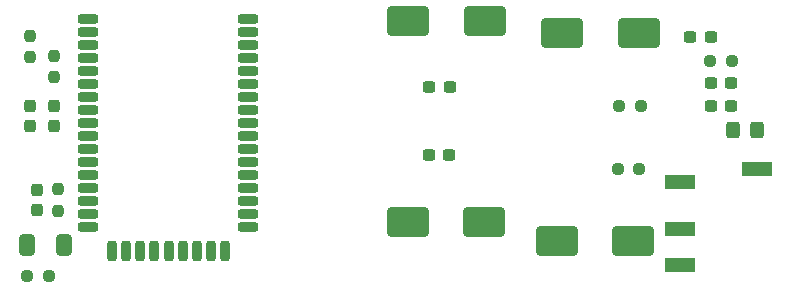
<source format=gtp>
G04 #@! TF.GenerationSoftware,KiCad,Pcbnew,6.99.0-unknown-455e330f3b~148~ubuntu20.04.1*
G04 #@! TF.CreationDate,2022-04-22T09:43:24+05:30*
G04 #@! TF.ProjectId,aptx_headset,61707478-5f68-4656-9164-7365742e6b69,rev?*
G04 #@! TF.SameCoordinates,Original*
G04 #@! TF.FileFunction,Paste,Top*
G04 #@! TF.FilePolarity,Positive*
%FSLAX46Y46*%
G04 Gerber Fmt 4.6, Leading zero omitted, Abs format (unit mm)*
G04 Created by KiCad (PCBNEW 6.99.0-unknown-455e330f3b~148~ubuntu20.04.1) date 2022-04-22 09:43:24*
%MOMM*%
%LPD*%
G01*
G04 APERTURE LIST*
G04 Aperture macros list*
%AMRoundRect*
0 Rectangle with rounded corners*
0 $1 Rounding radius*
0 $2 $3 $4 $5 $6 $7 $8 $9 X,Y pos of 4 corners*
0 Add a 4 corners polygon primitive as box body*
4,1,4,$2,$3,$4,$5,$6,$7,$8,$9,$2,$3,0*
0 Add four circle primitives for the rounded corners*
1,1,$1+$1,$2,$3*
1,1,$1+$1,$4,$5*
1,1,$1+$1,$6,$7*
1,1,$1+$1,$8,$9*
0 Add four rect primitives between the rounded corners*
20,1,$1+$1,$2,$3,$4,$5,0*
20,1,$1+$1,$4,$5,$6,$7,0*
20,1,$1+$1,$6,$7,$8,$9,0*
20,1,$1+$1,$8,$9,$2,$3,0*%
G04 Aperture macros list end*
%ADD10R,2.500000X1.200000*%
%ADD11RoundRect,0.237500X-0.300000X-0.237500X0.300000X-0.237500X0.300000X0.237500X-0.300000X0.237500X0*%
%ADD12RoundRect,0.250000X-0.325000X-0.450000X0.325000X-0.450000X0.325000X0.450000X-0.325000X0.450000X0*%
%ADD13RoundRect,0.250000X-1.500000X-1.000000X1.500000X-1.000000X1.500000X1.000000X-1.500000X1.000000X0*%
%ADD14RoundRect,0.237500X0.237500X-0.250000X0.237500X0.250000X-0.237500X0.250000X-0.237500X-0.250000X0*%
%ADD15RoundRect,0.237500X-0.237500X0.287500X-0.237500X-0.287500X0.237500X-0.287500X0.237500X0.287500X0*%
%ADD16RoundRect,0.200000X-0.650000X-0.200000X0.650000X-0.200000X0.650000X0.200000X-0.650000X0.200000X0*%
%ADD17RoundRect,0.200000X0.200000X-0.650000X0.200000X0.650000X-0.200000X0.650000X-0.200000X-0.650000X0*%
%ADD18RoundRect,0.200000X0.650000X0.200000X-0.650000X0.200000X-0.650000X-0.200000X0.650000X-0.200000X0*%
%ADD19RoundRect,0.237500X-0.250000X-0.237500X0.250000X-0.237500X0.250000X0.237500X-0.250000X0.237500X0*%
%ADD20RoundRect,0.237500X0.237500X-0.300000X0.237500X0.300000X-0.237500X0.300000X-0.237500X-0.300000X0*%
%ADD21RoundRect,0.237500X0.300000X0.237500X-0.300000X0.237500X-0.300000X-0.237500X0.300000X-0.237500X0*%
%ADD22RoundRect,0.237500X-0.237500X0.250000X-0.237500X-0.250000X0.237500X-0.250000X0.237500X0.250000X0*%
%ADD23RoundRect,0.250000X-0.412500X-0.650000X0.412500X-0.650000X0.412500X0.650000X-0.412500X0.650000X0*%
%ADD24RoundRect,0.237500X0.250000X0.237500X-0.250000X0.237500X-0.250000X-0.237500X0.250000X-0.237500X0*%
G04 APERTURE END LIST*
D10*
X142649999Y-92774999D03*
X142649999Y-95774999D03*
X149149999Y-87674999D03*
X142649999Y-88774999D03*
D11*
X121387500Y-86500000D03*
X123112500Y-86500000D03*
D12*
X147125000Y-84400000D03*
X149175000Y-84400000D03*
D13*
X132692500Y-76200000D03*
X139192500Y-76200000D03*
D14*
X89650000Y-79912500D03*
X89650000Y-78087500D03*
D15*
X87600000Y-82325000D03*
X87600000Y-84075000D03*
D11*
X121437500Y-80700000D03*
X123162500Y-80700000D03*
D13*
X119650000Y-75150000D03*
X126150000Y-75150000D03*
X132200000Y-93800000D03*
X138700000Y-93800000D03*
D14*
X87600000Y-78212500D03*
X87600000Y-76387500D03*
D16*
X92550000Y-75005000D03*
X92550000Y-76105000D03*
X92550000Y-77205000D03*
X92550000Y-78305000D03*
X92550000Y-79405000D03*
X92550000Y-80505000D03*
X92550000Y-81605000D03*
X92550000Y-82705000D03*
X92550000Y-83805000D03*
X92550000Y-84905000D03*
X92550000Y-86005000D03*
X92550000Y-87105000D03*
X92550000Y-88205000D03*
X92550000Y-89305000D03*
X92550000Y-90405000D03*
X92550000Y-91505000D03*
X92550000Y-92605000D03*
D17*
X94550000Y-94605000D03*
X95750000Y-94605000D03*
X96950000Y-94605000D03*
X98150000Y-94605000D03*
X99350000Y-94605000D03*
X100550000Y-94605000D03*
X101750000Y-94605000D03*
X102950000Y-94605000D03*
X104150000Y-94605000D03*
D18*
X106050000Y-92605000D03*
X106050000Y-91505000D03*
X106050000Y-90405000D03*
X106050000Y-89305000D03*
X106050000Y-88205000D03*
X106050000Y-87105000D03*
X106050000Y-86005000D03*
X106050000Y-84905000D03*
X106050000Y-83805000D03*
X106050000Y-82705000D03*
X106050000Y-81605000D03*
X106050000Y-80505000D03*
X106050000Y-79405000D03*
X106050000Y-78305000D03*
X106050000Y-77205000D03*
X106050000Y-76105000D03*
X106050000Y-75005000D03*
D19*
X145225000Y-78550000D03*
X147050000Y-78550000D03*
D20*
X88250000Y-91162500D03*
X88250000Y-89437500D03*
D11*
X143525000Y-76500000D03*
X145250000Y-76500000D03*
D21*
X146962500Y-80400000D03*
X145237500Y-80400000D03*
D22*
X90000000Y-89387500D03*
X90000000Y-91212500D03*
D15*
X89650000Y-82325000D03*
X89650000Y-84075000D03*
D19*
X137387500Y-87700000D03*
X139212500Y-87700000D03*
D11*
X145275000Y-82350000D03*
X147000000Y-82350000D03*
D23*
X87337500Y-94100000D03*
X90462500Y-94100000D03*
D24*
X139312500Y-82350000D03*
X137487500Y-82350000D03*
D19*
X87387500Y-96700000D03*
X89212500Y-96700000D03*
D13*
X119600000Y-92150000D03*
X126100000Y-92150000D03*
M02*

</source>
